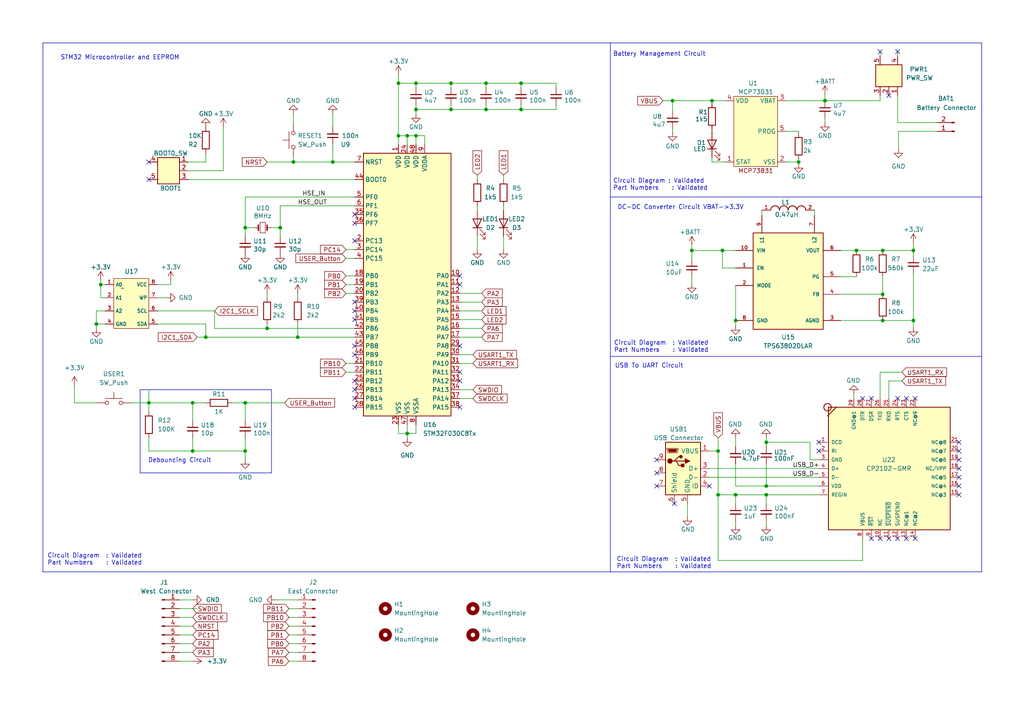
<source format=kicad_sch>
(kicad_sch (version 20230121) (generator eeschema)
  (paper "A4")
  (junction (at 140.97 24.13))
  (junction (at 151.13 24.13))
  (junction (at 208.28 130.81))
  (junction (at 140.97 31.75))
  (junction (at 239.268 29.21))
  (junction (at 55.88 130.81))
  (junction (at 120.65 24.13))
  (junction (at 264.922 72.644))
  (junction (at 96.52 46.99))
  (junction (at 213.36 92.964))
  (junction (at 256.032 85.344))
  (junction (at 231.648 46.99))
  (junction (at 264.922 92.964))
  (junction (at 256.032 92.964))
  (junction (at 85.09 46.99))
  (junction (at 43.18 116.84))
  (junction (at 71.12 130.81))
  (junction (at 120.65 31.75))
  (junction (at 81.28 66.04))
  (junction (at 120.65 39.37))
  (junction (at 222.25 128.27))
  (junction (at 71.12 116.84))
  (junction (at 77.47 95.25))
  (junction (at 115.57 24.13))
  (junction (at 115.57 39.37))
  (junction (at 59.69 97.79))
  (junction (at 206.502 29.21))
  (junction (at 86.36 97.79))
  (junction (at 213.36 143.51))
  (junction (at 130.81 31.75))
  (junction (at 130.81 24.13))
  (junction (at 118.11 39.37))
  (junction (at 151.13 31.75))
  (junction (at 118.11 125.73))
  (junction (at 208.28 143.51))
  (junction (at 222.25 140.97))
  (junction (at 71.12 66.04))
  (junction (at 222.25 143.51))
  (junction (at 27.94 93.98))
  (junction (at 29.21 82.55))
  (junction (at 209.55 72.644))
  (junction (at 55.88 116.84))
  (junction (at 248.412 72.644))
  (junction (at 256.032 72.644))
  (junction (at 200.66 72.644))
  (junction (at 195.072 29.21))
  (no_connect (at 205.74 140.97))
  (no_connect (at 102.87 90.17))
  (no_connect (at 262.89 115.57))
  (no_connect (at 278.13 130.81))
  (no_connect (at 257.81 156.21))
  (no_connect (at 102.87 87.63))
  (no_connect (at 278.13 138.43))
  (no_connect (at 102.87 118.11))
  (no_connect (at 133.35 118.11))
  (no_connect (at 252.73 156.21))
  (no_connect (at 102.87 64.77))
  (no_connect (at 278.13 140.97))
  (no_connect (at 265.43 156.21))
  (no_connect (at 262.89 156.21))
  (no_connect (at 260.35 156.21))
  (no_connect (at 255.27 14.986))
  (no_connect (at 133.35 107.95))
  (no_connect (at 102.87 92.71))
  (no_connect (at 195.58 146.05))
  (no_connect (at 102.87 100.33))
  (no_connect (at 190.5 133.35))
  (no_connect (at 133.35 80.01))
  (no_connect (at 102.87 110.49))
  (no_connect (at 43.18 46.99))
  (no_connect (at 43.18 52.07))
  (no_connect (at 190.5 140.97))
  (no_connect (at 278.13 128.27))
  (no_connect (at 133.35 100.33))
  (no_connect (at 278.13 133.35))
  (no_connect (at 102.87 62.23))
  (no_connect (at 237.49 130.81))
  (no_connect (at 265.43 115.57))
  (no_connect (at 237.49 128.27))
  (no_connect (at 102.87 102.87))
  (no_connect (at 278.13 143.51))
  (no_connect (at 102.87 115.57))
  (no_connect (at 278.13 135.89))
  (no_connect (at 133.35 110.49))
  (no_connect (at 250.19 115.57))
  (no_connect (at 257.81 27.686))
  (no_connect (at 133.35 82.55))
  (no_connect (at 252.73 115.57))
  (no_connect (at 102.87 113.03))
  (no_connect (at 255.27 156.21))
  (no_connect (at 102.87 69.85))
  (no_connect (at 190.5 137.16))
  (no_connect (at 260.35 115.57))
  (no_connect (at 260.35 14.986))
  (wire (pts (xy 213.36 77.724) (xy 209.55 77.724)))
  (wire (pts (xy 100.33 80.01) (xy 102.87 80.01)))
  (wire (pts (xy 62.23 95.25) (xy 62.23 90.17)))
  (wire (pts (xy 206.502 46.99) (xy 206.502 45.72)))
  (polyline (pts (xy 177.038 103.378) (xy 284.734 103.378)))
  (wire (pts (xy 205.74 130.81) (xy 208.28 130.81)))
  (wire (pts (xy 27.94 93.98) (xy 27.94 95.25)))
  (wire (pts (xy 120.65 31.75) (xy 120.65 33.02)))
  (wire (pts (xy 45.72 90.17) (xy 62.23 90.17)))
  (wire (pts (xy 71.12 127) (xy 71.12 130.81)))
  (wire (pts (xy 100.33 74.93) (xy 102.87 74.93)))
  (wire (pts (xy 52.07 176.53) (xy 57.15 176.53)))
  (wire (pts (xy 59.69 116.84) (xy 55.88 116.84)))
  (wire (pts (xy 208.28 143.51) (xy 208.28 162.56)))
  (polyline (pts (xy 177.038 12.446) (xy 177.038 165.862)))
  (wire (pts (xy 239.268 27.432) (xy 239.268 29.21)))
  (wire (pts (xy 29.21 81.28) (xy 29.21 82.55)))
  (wire (pts (xy 27.94 90.17) (xy 27.94 93.98)))
  (wire (pts (xy 120.65 31.75) (xy 130.81 31.75)))
  (wire (pts (xy 55.88 116.84) (xy 43.18 116.84)))
  (wire (pts (xy 243.84 92.964) (xy 256.032 92.964)))
  (wire (pts (xy 260.35 35.56) (xy 271.78 35.56)))
  (wire (pts (xy 86.36 97.79) (xy 102.87 97.79)))
  (wire (pts (xy 209.55 72.644) (xy 213.36 72.644)))
  (wire (pts (xy 43.18 130.81) (xy 43.18 127)))
  (wire (pts (xy 231.648 46.99) (xy 231.648 47.498)))
  (wire (pts (xy 102.87 46.99) (xy 96.52 46.99)))
  (wire (pts (xy 100.33 107.95) (xy 102.87 107.95)))
  (wire (pts (xy 213.36 140.97) (xy 222.25 140.97)))
  (wire (pts (xy 213.36 143.51) (xy 213.36 146.05)))
  (wire (pts (xy 81.28 59.69) (xy 102.87 59.69)))
  (wire (pts (xy 54.61 49.53) (xy 64.77 49.53)))
  (wire (pts (xy 255.27 14.986) (xy 255.27 16.256)))
  (polyline (pts (xy 40.64 113.03) (xy 78.74 113.03)))
  (wire (pts (xy 208.28 127) (xy 208.28 130.81)))
  (wire (pts (xy 118.11 39.37) (xy 118.11 41.91)))
  (wire (pts (xy 260.35 14.986) (xy 260.35 16.256)))
  (wire (pts (xy 86.36 93.98) (xy 86.36 97.79)))
  (wire (pts (xy 83.82 184.15) (xy 86.36 184.15)))
  (wire (pts (xy 133.35 90.17) (xy 139.7 90.17)))
  (wire (pts (xy 234.95 133.35) (xy 237.49 133.35)))
  (wire (pts (xy 140.97 30.48) (xy 140.97 31.75)))
  (wire (pts (xy 248.412 72.644) (xy 256.032 72.644)))
  (wire (pts (xy 77.47 95.25) (xy 102.87 95.25)))
  (wire (pts (xy 161.29 25.4) (xy 161.29 24.13)))
  (wire (pts (xy 205.74 135.89) (xy 237.49 135.89)))
  (wire (pts (xy 213.36 82.804) (xy 213.36 92.964)))
  (wire (pts (xy 200.66 71.12) (xy 200.66 72.644)))
  (wire (pts (xy 260.604 38.1) (xy 271.78 38.1)))
  (wire (pts (xy 59.69 93.98) (xy 59.69 97.79)))
  (wire (pts (xy 260.35 27.686) (xy 260.35 35.56)))
  (wire (pts (xy 52.07 173.99) (xy 55.88 173.99)))
  (wire (pts (xy 120.65 123.19) (xy 120.65 125.73)))
  (wire (pts (xy 85.09 46.99) (xy 96.52 46.99)))
  (wire (pts (xy 54.61 46.99) (xy 59.69 46.99)))
  (wire (pts (xy 83.82 186.69) (xy 86.36 186.69)))
  (wire (pts (xy 45.72 93.98) (xy 59.69 93.98)))
  (wire (pts (xy 200.66 80.264) (xy 200.66 82.296)))
  (wire (pts (xy 59.69 46.99) (xy 59.69 44.45)))
  (wire (pts (xy 133.35 85.09) (xy 139.7 85.09)))
  (polyline (pts (xy 78.74 137.16) (xy 40.64 137.16)))
  (wire (pts (xy 192.278 29.21) (xy 195.072 29.21)))
  (wire (pts (xy 213.36 151.13) (xy 213.36 152.4)))
  (wire (pts (xy 52.07 181.61) (xy 55.88 181.61)))
  (wire (pts (xy 138.43 50.8) (xy 138.43 52.07)))
  (wire (pts (xy 151.13 24.13) (xy 140.97 24.13)))
  (wire (pts (xy 71.12 66.04) (xy 73.66 66.04)))
  (wire (pts (xy 228.092 38.1) (xy 231.648 38.1)))
  (wire (pts (xy 118.11 39.37) (xy 120.65 39.37)))
  (wire (pts (xy 264.922 70.358) (xy 264.922 72.644)))
  (wire (pts (xy 57.15 97.79) (xy 59.69 97.79)))
  (wire (pts (xy 200.66 72.644) (xy 209.55 72.644)))
  (wire (pts (xy 71.12 57.15) (xy 102.87 57.15)))
  (wire (pts (xy 71.12 121.92) (xy 71.12 116.84)))
  (wire (pts (xy 213.36 129.54) (xy 213.36 127)))
  (wire (pts (xy 260.604 38.1) (xy 260.604 43.18)))
  (wire (pts (xy 200.66 72.644) (xy 200.66 75.184)))
  (wire (pts (xy 52.07 191.77) (xy 55.88 191.77)))
  (wire (pts (xy 29.21 86.36) (xy 29.21 82.55)))
  (wire (pts (xy 243.84 80.264) (xy 248.412 80.264)))
  (wire (pts (xy 78.74 66.04) (xy 81.28 66.04)))
  (wire (pts (xy 30.48 93.98) (xy 27.94 93.98)))
  (wire (pts (xy 205.74 138.43) (xy 237.49 138.43)))
  (wire (pts (xy 100.33 105.41) (xy 102.87 105.41)))
  (wire (pts (xy 151.13 30.48) (xy 151.13 31.75)))
  (wire (pts (xy 206.502 37.592) (xy 206.502 38.1)))
  (wire (pts (xy 80.01 173.99) (xy 86.36 173.99)))
  (wire (pts (xy 206.502 46.99) (xy 210.312 46.99)))
  (wire (pts (xy 208.28 130.81) (xy 208.28 143.51)))
  (wire (pts (xy 231.648 38.1) (xy 231.648 38.608)))
  (wire (pts (xy 206.502 29.21) (xy 195.072 29.21)))
  (wire (pts (xy 199.39 146.05) (xy 199.39 149.86)))
  (wire (pts (xy 239.268 29.21) (xy 255.27 29.21)))
  (wire (pts (xy 77.47 85.09) (xy 77.47 86.36)))
  (wire (pts (xy 59.69 97.79) (xy 86.36 97.79)))
  (wire (pts (xy 195.072 29.21) (xy 195.072 32.258)))
  (wire (pts (xy 130.81 31.75) (xy 140.97 31.75)))
  (wire (pts (xy 64.77 36.83) (xy 64.77 49.53)))
  (wire (pts (xy 85.09 45.72) (xy 85.09 46.99)))
  (wire (pts (xy 115.57 39.37) (xy 115.57 41.91)))
  (wire (pts (xy 222.25 143.51) (xy 237.49 143.51)))
  (wire (pts (xy 140.97 24.13) (xy 130.81 24.13)))
  (wire (pts (xy 222.25 127) (xy 222.25 128.27)))
  (wire (pts (xy 62.23 95.25) (xy 77.47 95.25)))
  (wire (pts (xy 49.53 81.28) (xy 49.53 82.55)))
  (wire (pts (xy 130.81 24.13) (xy 120.65 24.13)))
  (wire (pts (xy 100.33 72.39) (xy 102.87 72.39)))
  (wire (pts (xy 151.13 25.4) (xy 151.13 24.13)))
  (wire (pts (xy 236.22 60.96) (xy 236.22 62.484)))
  (wire (pts (xy 222.25 143.51) (xy 222.25 146.05)))
  (wire (pts (xy 243.84 72.644) (xy 248.412 72.644)))
  (wire (pts (xy 96.52 36.83) (xy 96.52 33.02)))
  (polyline (pts (xy 177.038 165.862) (xy 12.446 165.862)))
  (wire (pts (xy 52.07 179.07) (xy 55.88 179.07)))
  (wire (pts (xy 222.25 134.62) (xy 222.25 140.97)))
  (wire (pts (xy 257.81 110.49) (xy 261.62 110.49)))
  (wire (pts (xy 120.65 125.73) (xy 118.11 125.73)))
  (wire (pts (xy 213.36 140.97) (xy 213.36 134.62)))
  (polyline (pts (xy 177.038 57.15) (xy 284.734 57.15)))
  (wire (pts (xy 43.18 116.84) (xy 43.18 119.38)))
  (wire (pts (xy 86.36 85.09) (xy 86.36 86.36)))
  (wire (pts (xy 133.35 87.63) (xy 139.7 87.63)))
  (wire (pts (xy 71.12 130.81) (xy 55.88 130.81)))
  (wire (pts (xy 243.84 85.344) (xy 256.032 85.344)))
  (wire (pts (xy 250.19 162.56) (xy 250.19 156.21)))
  (wire (pts (xy 133.35 105.41) (xy 137.16 105.41)))
  (wire (pts (xy 71.12 57.15) (xy 71.12 66.04)))
  (wire (pts (xy 206.502 29.21) (xy 206.502 29.972)))
  (wire (pts (xy 115.57 24.13) (xy 115.57 39.37)))
  (wire (pts (xy 81.28 66.04) (xy 81.28 59.69)))
  (wire (pts (xy 29.21 82.55) (xy 30.48 82.55)))
  (wire (pts (xy 228.092 46.99) (xy 231.648 46.99)))
  (wire (pts (xy 77.47 46.99) (xy 85.09 46.99)))
  (wire (pts (xy 146.05 50.8) (xy 146.05 52.07)))
  (wire (pts (xy 118.11 125.73) (xy 118.11 127)))
  (wire (pts (xy 54.61 52.07) (xy 102.87 52.07)))
  (polyline (pts (xy 177.038 165.862) (xy 284.734 165.862)))
  (wire (pts (xy 256.032 80.264) (xy 256.032 85.344)))
  (wire (pts (xy 140.97 31.75) (xy 151.13 31.75)))
  (wire (pts (xy 115.57 39.37) (xy 118.11 39.37)))
  (wire (pts (xy 130.81 24.13) (xy 130.81 25.4)))
  (wire (pts (xy 115.57 21.59) (xy 115.57 24.13)))
  (wire (pts (xy 55.88 130.81) (xy 43.18 130.81)))
  (wire (pts (xy 100.33 85.09) (xy 102.87 85.09)))
  (wire (pts (xy 146.05 68.58) (xy 146.05 72.39)))
  (wire (pts (xy 247.65 114.3) (xy 247.65 115.57)))
  (wire (pts (xy 220.98 60.96) (xy 220.98 62.484)))
  (wire (pts (xy 83.82 181.61) (xy 86.36 181.61)))
  (wire (pts (xy 21.59 116.84) (xy 21.59 111.76)))
  (wire (pts (xy 222.25 151.13) (xy 222.25 152.4)))
  (wire (pts (xy 45.72 86.36) (xy 48.26 86.36)))
  (wire (pts (xy 52.07 184.15) (xy 55.88 184.15)))
  (polyline (pts (xy 284.734 12.446) (xy 284.734 165.862)))
  (wire (pts (xy 115.57 125.73) (xy 118.11 125.73)))
  (wire (pts (xy 239.268 34.29) (xy 239.268 35.56)))
  (wire (pts (xy 115.57 24.13) (xy 120.65 24.13)))
  (wire (pts (xy 123.19 41.91) (xy 123.19 39.37)))
  (wire (pts (xy 140.97 25.4) (xy 140.97 24.13)))
  (wire (pts (xy 83.82 189.23) (xy 86.36 189.23)))
  (wire (pts (xy 133.35 95.25) (xy 139.7 95.25)))
  (wire (pts (xy 52.07 189.23) (xy 55.88 189.23)))
  (wire (pts (xy 138.43 59.69) (xy 138.43 60.96)))
  (wire (pts (xy 257.81 115.57) (xy 257.81 110.49)))
  (wire (pts (xy 43.18 113.03) (xy 43.18 116.84)))
  (wire (pts (xy 115.57 123.19) (xy 115.57 125.73)))
  (wire (pts (xy 133.35 115.57) (xy 137.16 115.57)))
  (wire (pts (xy 264.922 92.964) (xy 264.922 94.996)))
  (wire (pts (xy 96.52 41.91) (xy 96.52 46.99)))
  (wire (pts (xy 255.27 107.95) (xy 261.62 107.95)))
  (wire (pts (xy 264.922 79.248) (xy 264.922 92.964)))
  (wire (pts (xy 213.36 92.964) (xy 213.36 94.488)))
  (wire (pts (xy 234.95 128.27) (xy 234.95 133.35)))
  (wire (pts (xy 120.65 30.48) (xy 120.65 31.75)))
  (wire (pts (xy 138.43 68.58) (xy 138.43 72.39)))
  (wire (pts (xy 208.28 162.56) (xy 250.19 162.56)))
  (wire (pts (xy 222.25 140.97) (xy 237.49 140.97)))
  (polyline (pts (xy 78.74 113.03) (xy 78.74 137.16)))
  (wire (pts (xy 256.032 72.644) (xy 264.922 72.644)))
  (wire (pts (xy 209.55 77.724) (xy 209.55 72.644)))
  (wire (pts (xy 71.12 116.84) (xy 82.55 116.84)))
  (wire (pts (xy 222.25 128.27) (xy 222.25 129.54)))
  (wire (pts (xy 30.48 90.17) (xy 27.94 90.17)))
  (polyline (pts (xy 40.64 137.16) (xy 40.64 113.03)))
  (wire (pts (xy 27.94 116.84) (xy 21.59 116.84)))
  (wire (pts (xy 81.28 68.58) (xy 81.28 66.04)))
  (wire (pts (xy 161.29 24.13) (xy 151.13 24.13)))
  (wire (pts (xy 118.11 123.19) (xy 118.11 125.73)))
  (wire (pts (xy 256.032 92.964) (xy 264.922 92.964)))
  (wire (pts (xy 231.648 46.228) (xy 231.648 46.99)))
  (wire (pts (xy 83.82 191.77) (xy 86.36 191.77)))
  (wire (pts (xy 30.48 86.36) (xy 29.21 86.36)))
  (wire (pts (xy 83.82 179.07) (xy 86.36 179.07)))
  (polyline (pts (xy 12.446 165.862) (xy 12.446 12.446)))
  (polyline (pts (xy 12.446 12.446) (xy 177.038 12.446)))
  (wire (pts (xy 83.82 176.53) (xy 86.36 176.53)))
  (wire (pts (xy 208.28 143.51) (xy 213.36 143.51)))
  (wire (pts (xy 45.72 82.55) (xy 49.53 82.55)))
  (wire (pts (xy 133.35 92.71) (xy 139.7 92.71)))
  (wire (pts (xy 161.29 30.48) (xy 161.29 31.75)))
  (wire (pts (xy 130.81 31.75) (xy 130.81 30.48)))
  (wire (pts (xy 133.35 113.03) (xy 137.16 113.03)))
  (wire (pts (xy 206.502 29.21) (xy 210.312 29.21)))
  (wire (pts (xy 213.36 143.51) (xy 222.25 143.51)))
  (wire (pts (xy 133.35 97.79) (xy 139.7 97.79)))
  (polyline (pts (xy 177.038 12.446) (xy 284.734 12.446)))
  (wire (pts (xy 228.092 29.21) (xy 239.268 29.21)))
  (wire (pts (xy 255.27 27.686) (xy 255.27 29.21)))
  (wire (pts (xy 151.13 31.75) (xy 161.29 31.75)))
  (wire (pts (xy 100.33 82.55) (xy 102.87 82.55)))
  (wire (pts (xy 146.05 59.69) (xy 146.05 60.96)))
  (wire (pts (xy 195.072 37.338) (xy 195.072 38.354)))
  (wire (pts (xy 38.1 116.84) (xy 43.18 116.84)))
  (wire (pts (xy 120.65 41.91) (xy 120.65 39.37)))
  (wire (pts (xy 52.07 186.69) (xy 55.88 186.69)))
  (wire (pts (xy 123.19 39.37) (xy 120.65 39.37)))
  (wire (pts (xy 234.95 128.27) (xy 222.25 128.27)))
  (wire (pts (xy 55.88 127) (xy 55.88 130.81)))
  (wire (pts (xy 55.88 116.84) (xy 55.88 121.92)))
  (wire (pts (xy 85.09 33.02) (xy 85.09 35.56)))
  (wire (pts (xy 264.922 72.644) (xy 264.922 74.168)))
  (wire (pts (xy 133.35 102.87) (xy 137.16 102.87)))
  (wire (pts (xy 71.12 130.81) (xy 71.12 133.35)))
  (wire (pts (xy 77.47 93.98) (xy 77.47 95.25)))
  (wire (pts (xy 71.12 68.58) (xy 71.12 66.04)))
  (wire (pts (xy 255.27 107.95) (xy 255.27 115.57)))
  (wire (pts (xy 120.65 24.13) (xy 120.65 25.4)))
  (wire (pts (xy 71.12 116.84) (xy 67.31 116.84)))
  (text "Circuit Diagram : Validated\nPart Numbers    : Validated" (at 177.8 55.372 0) (effects (font (size 1.27 1.27)) (justify left bottom)))
  (text "Battery Management Circuit" (at 177.8 16.51 0) (effects (font (size 1.27 1.27)) (justify left bottom)))
  (text "USB To UART Circuit" (at 178.308 106.934 0) (effects (font (size 1.27 1.27)) (justify left bottom)))
  (text "Debouncing Circuit" (at 42.926 134.366 0) (effects (font (size 1.27 1.27)) (justify left bottom)))
  (text "STM32 Microcontroller and EEPROM" (at 17.526 17.526 0) (effects (font (size 1.27 1.27)) (justify left bottom)))
  (text "Circuit Diagram  : Validated\nPart Numbers    : Validated" (at 178.054 102.362 0) (effects (font (size 1.27 1.27)) (justify left bottom)))
  (text "Circuit Diagram  : Validated\nPart Numbers    : Validated" (at 13.716 164.084 0) (effects (font (size 1.27 1.27)) (justify left bottom)))
  (text "Circuit Diagram  : Validated\nPart Numbers    : Validated" (at 178.816 165.1 0) (effects (font (size 1.27 1.27)) (justify left bottom)))
  (text "DC-DC Converter Circuit VBAT->3.3V" (at 179.07 60.96 0) (effects (font (size 1.27 1.27)) (justify left bottom)))
  (label "USB_D+" (at 229.87 135.89 0))
  (label "HSE_OUT" (at 86.36 59.69 0))
  (label "USB_D-" (at 229.87 138.43 0))
  (label "HSE_IN" (at 87.63 57.15 0))
  (global_label "PB1" (shape input) (at 100.33 82.55 180) (property "Intersheetrefs" "${INTERSHEET_REFS}" (effects hide)))
  (global_label "I2C1_SDA" (shape input) (at 57.15 97.79 180) (property "Intersheetrefs" "${INTERSHEET_REFS}" (effects hide)))
  (global_label "PB11" (shape input) (at 83.82 176.53 180) (property "Intersheetrefs" "${INTERSHEET_REFS}" (effects hide)))
  (global_label "PB2" (shape input) (at 83.82 181.61 180) (property "Intersheetrefs" "${INTERSHEET_REFS}" (effects hide)))
  (global_label "USER_Button" (shape input) (at 82.55 116.84 0) (property "Intersheetrefs" "${INTERSHEET_REFS}" (effects hide)))
  (global_label "PA2" (shape input) (at 55.88 186.69 0) (property "Intersheetrefs" "${INTERSHEET_REFS}" (effects hide)))
  (global_label "LED2" (shape input) (at 138.43 50.8 90) (property "Intersheetrefs" "${INTERSHEET_REFS}" (effects hide)))
  (global_label "PB0" (shape input) (at 100.33 80.01 180) (property "Intersheetrefs" "${INTERSHEET_REFS}" (effects hide)))
  (global_label "USART1_RX" (shape input) (at 261.62 107.95 0) (property "Intersheetrefs" "${INTERSHEET_REFS}" (effects hide)))
  (global_label "I2C1_SCLK" (shape input) (at 62.23 90.17 0) (property "Intersheetrefs" "${INTERSHEET_REFS}" (effects hide)))
  (global_label "NRST" (shape input) (at 77.47 46.99 180) (property "Intersheetrefs" "${INTERSHEET_REFS}" (effects hide)))
  (global_label "PA6" (shape input) (at 83.82 191.77 180) (property "Intersheetrefs" "${INTERSHEET_REFS}" (effects hide)))
  (global_label "SWDCLK" (shape input) (at 137.16 115.57 0) (property "Intersheetrefs" "${INTERSHEET_REFS}" (effects hide)))
  (global_label "PA7" (shape input) (at 83.82 189.23 180) (property "Intersheetrefs" "${INTERSHEET_REFS}" (effects hide)))
  (global_label "PA6" (shape input) (at 139.7 95.25 0) (property "Intersheetrefs" "${INTERSHEET_REFS}" (effects hide)))
  (global_label "USART1_TX" (shape input) (at 261.62 110.49 0) (property "Intersheetrefs" "${INTERSHEET_REFS}" (effects hide)))
  (global_label "PB2" (shape input) (at 100.33 85.09 180) (property "Intersheetrefs" "${INTERSHEET_REFS}" (effects hide)))
  (global_label "PB10" (shape input) (at 100.33 105.41 180) (property "Intersheetrefs" "${INTERSHEET_REFS}" (effects hide)))
  (global_label "PA3" (shape input) (at 55.88 189.23 0) (property "Intersheetrefs" "${INTERSHEET_REFS}" (effects hide)))
  (global_label "VBUS" (shape input) (at 192.278 29.21 180) (property "Intersheetrefs" "${INTERSHEET_REFS}" (effects hide)))
  (global_label "USER_Button" (shape input) (at 100.33 74.93 180) (property "Intersheetrefs" "${INTERSHEET_REFS}" (effects hide)))
  (global_label "USART1_RX" (shape input) (at 137.16 105.41 0) (property "Intersheetrefs" "${INTERSHEET_REFS}" (effects hide)))
  (global_label "PC14" (shape input) (at 100.33 72.39 180) (property "Intersheetrefs" "${INTERSHEET_REFS}" (effects hide)))
  (global_label "LED1" (shape input) (at 139.7 90.17 0) (property "Intersheetrefs" "${INTERSHEET_REFS}" (effects hide)))
  (global_label "SWDCLK" (shape input) (at 55.88 179.07 0) (property "Intersheetrefs" "${INTERSHEET_REFS}" (effects hide)))
  (global_label "VBUS" (shape input) (at 208.28 127 90) (property "Intersheetrefs" "${INTERSHEET_REFS}" (effects hide)))
  (global_label "PA2" (shape input) (at 139.7 85.09 0) (property "Intersheetrefs" "${INTERSHEET_REFS}" (effects hide)))
  (global_label "SWDIO" (shape input) (at 137.16 113.03 0) (property "Intersheetrefs" "${INTERSHEET_REFS}" (effects hide)))
  (global_label "SWDIO" (shape input) (at 55.88 176.53 0) (property "Intersheetrefs" "${INTERSHEET_REFS}" (effects hide)))
  (global_label "NRST" (shape input) (at 55.88 181.61 0) (property "Intersheetrefs" "${INTERSHEET_REFS}" (effects hide)))
  (global_label "PB10" (shape input) (at 83.82 179.07 180) (property "Intersheetrefs" "${INTERSHEET_REFS}" (effects hide)))
  (global_label "PB1" (shape input) (at 83.82 184.15 180) (property "Intersheetrefs" "${INTERSHEET_REFS}" (effects hide)))
  (global_label "PA3" (shape input) (at 139.7 87.63 0) (property "Intersheetrefs" "${INTERSHEET_REFS}" (effects hide)))
  (global_label "LED2" (shape input) (at 139.7 92.71 0) (property "Intersheetrefs" "${INTERSHEET_REFS}" (effects hide)))
  (global_label "PA7" (shape input) (at 139.7 97.79 0) (property "Intersheetrefs" "${INTERSHEET_REFS}" (effects hide)))
  (global_label "PC14" (shape input) (at 55.88 184.15 0) (property "Intersheetrefs" "${INTERSHEET_REFS}" (effects hide)))
  (global_label "PB0" (shape input) (at 83.82 186.69 180) (property "Intersheetrefs" "${INTERSHEET_REFS}" (effects hide)))
  (global_label "PB11" (shape input) (at 100.33 107.95 180) (property "Intersheetrefs" "${INTERSHEET_REFS}" (effects hide)))
  (global_label "USART1_TX" (shape input) (at 137.16 102.87 0) (property "Intersheetrefs" "${INTERSHEET_REFS}" (effects hide)))
  (global_label "LED1" (shape input) (at 146.05 50.8 90) (property "Intersheetrefs" "${INTERSHEET_REFS}" (effects hide)))
  (symbol (lib_id "Project Symbols:MCP73831/2") (at 219.202 26.67 0) (unit 1)
    (property "Reference" "U1" (at 218.44 24.13 0))
    (property "Value" "MCP73031" (at 219.202 26.67 0))
    (property "Footprint" "Package_TO_SOT_SMD:SOT-23-5" (effects hide))
    (property "Datasheet" "http://ww1.microchip.com/downloads/en/DeviceDoc/20001984g.pdf" (effects hide))
    (property "LCSC Part #" "C424093" (effects hide))
  )
  (symbol (lib_id "Device:C_Small") (at 71.12 71.12 0) (unit 1)
    (property "Reference" "U11" (at 73.4568 69.9516 0) (effects (justify left)))
    (property "Value" "30p" (at 73.4568 72.263 0) (effects (justify left)))
    (property "Footprint" "Capacitor_SMD:C_0603_1608Metric" (effects hide))
    (property "LCSC Part #" "C1658" (effects hide))
  )
  (symbol (lib_id "Device:C_Small") (at 239.268 31.75 0) (unit 1)
    (property "Reference" "U7" (at 241.6048 30.5816 0) (effects (justify left)))
    (property "Value" "4u7" (at 241.6048 32.893 0) (effects (justify left)))
    (property "Footprint" "Capacitor_SMD:C_0603_1608Metric" (effects hide))
    (property "LCSC Part #" "C19666" (effects hide))
  )
  (symbol (lib_id "Mechanical:MountingHole") (at 111.76 184.15 0) (unit 1)
    (property "Reference" "H2" (at 114.3 182.8799 0) (effects (justify left)))
    (property "Value" "MountingHole" (at 114.3 185.4199 0) (effects (justify left)))
    (property "Footprint" "MountingHole:MountingHole_2.5mm_Pad_Via" (effects hide))
  )
  (symbol (lib_id "power:GND") (at 118.11 127 0) (unit 1)
    (property "Reference" "#PWR030" (effects hide))
    (property "Value" "GND" (at 118.11 132.08 0))
  )
  (symbol (lib_id "Connector:Conn_01x02_Pin") (at 276.86 38.1 180) (unit 1)
    (property "Reference" "BAT1" (at 272.034 28.575 0) (effects (justify right)))
    (property "Value" "Battery Connector" (at 265.811 31.242 0) (effects (justify right)))
    (property "Footprint" "Connector_JST:JST_PH_B2B-PH-SM4-TB_1x02-1MP_P2.00mm_Vertical" (effects hide))
    (property "LCSC Part #" "C160352" (effects hide))
  )
  (symbol (lib_id "power:GND") (at 120.65 33.02 0) (unit 1)
    (property "Reference" "#PWR05" (effects hide))
    (property "Value" "GND" (at 120.65 36.83 0))
  )
  (symbol (lib_id "power:GND") (at 146.05 72.39 0) (unit 1)
    (property "Reference" "#PWR015" (effects hide))
    (property "Value" "GND" (at 146.05 76.2 0))
  )
  (symbol (lib_id "Connector:Conn_01x08_Pin") (at 91.44 181.61 0) (mirror y) (unit 1)
    (property "Reference" "J2" (at 90.805 168.91 0))
    (property "Value" "East Connector" (at 90.805 171.45 0))
    (property "Footprint" "Connector_PinHeader_2.54mm:PinHeader_1x08_P2.54mm_Vertical" (effects hide))
  )
  (symbol (lib_id "Device:C_Small") (at 195.072 34.798 0) (unit 1)
    (property "Reference" "U8" (at 189.23 33.782 0) (effects (justify left)))
    (property "Value" "4u7" (at 189.23 36.0934 0) (effects (justify left)))
    (property "Footprint" "Capacitor_SMD:C_0603_1608Metric" (effects hide))
    (property "LCSC Part #" "C19666" (effects hide))
  )
  (symbol (lib_id "Project Symbols:USB_B_MINI_5PTP") (at 198.12 137.16 0) (unit 1)
    (property "Reference" "USB1" (at 196.85 124.46 0))
    (property "Value" "USB Connector" (at 196.85 127 0))
    (property "Footprint" "Project Footprints:MINI-USB-SMD_MINI-5PTP" (effects hide))
    (property "LCSC Part #" "C2681563" (effects hide))
  )
  (symbol (lib_id "CP2102-GMR:INTERFACE-CP2102-GMR_QFN28_") (at 257.81 135.89 0) (unit 1)
    (property "Reference" "U22" (at 257.81 133.35 0))
    (property "Value" "CP2102-GMR" (at 257.81 135.89 0))
    (property "Footprint" "Project Footprints:QFN28G_0.5-5X5MM" (effects hide))
    (property "LCSC Part#" "C6568" (effects hide))
  )
  (symbol (lib_id "Device:C_Small") (at 213.36 132.08 180) (unit 1)
    (property "Reference" "U20" (at 219.075 131.191 0) (effects (justify left)))
    (property "Value" "4.7uF" (at 220.599 132.969 0) (effects (justify left)))
    (property "Footprint" "Capacitor_SMD:C_0603_1608Metric" (effects hide))
    (property "LCSC Part #" "C19666" (effects hide))
  )
  (symbol (lib_id "Device:C_Small") (at 55.88 124.46 0) (unit 1)
    (property "Reference" "U18" (at 58.2168 123.2916 0) (effects (justify left)))
    (property "Value" "10p" (at 58.2168 125.603 0) (effects (justify left)))
    (property "Footprint" "Capacitor_SMD:C_0603_1608Metric" (effects hide))
    (property "LCSC Part #" "C1634" (effects hide))
  )
  (symbol (lib_id "Korean Hroparts Elec SPDT:K3-1270L-F1") (at 49.53 49.53 0) (mirror y) (unit 1)
    (property "Reference" "BOOT1" (at 49.53 54.61 0))
    (property "Value" "BOOT0_SW" (at 49.53 44.45 0))
    (property "Footprint" "Project Footprints:K3-1270L-F1" (effects hide))
    (property "LCSC Part #" "C145858" (effects hide))
  )
  (symbol (lib_name "+3.3V_1") (lib_id "power:+3.3V") (at 64.77 36.83 0) (unit 1)
    (property "Reference" "#PWR08" (effects hide))
    (property "Value" "+3.3V" (at 64.77 33.02 0))
  )
  (symbol (lib_id "power:GND") (at 27.94 95.25 0) (unit 1)
    (property "Reference" "#PWR026" (effects hide))
    (property "Value" "GND" (at 27.94 99.06 0))
  )
  (symbol (lib_id "Switch:SW_Push") (at 85.09 40.64 90) (unit 1)
    (property "Reference" "RESET1" (at 86.36 39.37 90) (effects (justify right)))
    (property "Value" "SW_Push" (at 86.36 41.91 90) (effects (justify right)))
    (property "Footprint" "Button_Switch_SMD:SW_Push_1P1T_NO_CK_KSC6xxJ" (effects hide))
    (property "LCSC Part #" "C318884" (effects hide))
  )
  (symbol (lib_id "Project Symbols:TPS63802DLAR") (at 228.6 80.264 0) (unit 1)
    (property "Reference" "U15" (at 228.6 97.79 0))
    (property "Value" "TPS63802DLAR" (at 228.6 100.33 0))
    (property "Footprint" "Project Footprints:TPS63802DLAR" (effects hide))
    (property "LCSC Part #" "C2845237" (effects hide))
  )
  (symbol (lib_id "power:GND") (at 71.12 73.66 0) (unit 1)
    (property "Reference" "#PWR016" (effects hide))
    (property "Value" "GND" (at 71.12 77.47 0))
  )
  (symbol (lib_name "+3.3V_1") (lib_id "power:+3.3V") (at 49.53 81.28 0) (unit 1)
    (property "Reference" "#PWR019" (effects hide))
    (property "Value" "+3.3V" (at 49.53 77.47 0))
  )
  (symbol (lib_id "Device:C_Small") (at 264.922 76.708 0) (unit 1)
    (property "Reference" "U13" (at 267.462 75.438 0) (effects (justify left)))
    (property "Value" "22uF" (at 267.462 77.978 0) (effects (justify left)))
    (property "Footprint" "Capacitor_SMD:C_0603_1608Metric" (effects hide))
    (property "LCSC Part #" "C59461" (effects hide))
  )
  (symbol (lib_id "Project Symbols:AT24C128C") (at 38.1 87.63 0) (unit 1)
    (property "Reference" "U17" (at 38.1 78.74 0))
    (property "Value" "~" (at 35.56 83.566 0))
    (property "Footprint" "Project Footprints:SOIC127P600X175-8N" (effects hide))
  )
  (symbol (lib_id "power:GND") (at 231.648 47.498 0) (unit 1)
    (property "Reference" "#PWR011" (effects hide))
    (property "Value" "GND" (at 231.648 51.181 0))
  )
  (symbol (lib_id "Switch:SW_Push") (at 33.02 116.84 0) (unit 1)
    (property "Reference" "USER1" (at 33.02 108.458 0))
    (property "Value" "SW_Push" (at 33.02 110.998 0))
    (property "Footprint" "Button_Switch_SMD:SW_Push_1P1T_NO_CK_KSC6xxJ" (effects hide))
    (property "LCSC Part #" "C318884" (effects hide))
  )
  (symbol (lib_id "Connector:Conn_01x08_Pin") (at 46.99 181.61 0) (unit 1)
    (property "Reference" "J1" (at 47.625 168.91 0))
    (property "Value" "West Connector" (at 48.26 171.45 0))
    (property "Footprint" "Connector_PinHeader_2.54mm:PinHeader_1x08_P2.54mm_Vertical" (effects hide))
  )
  (symbol (lib_id "power:+BATT") (at 239.268 27.432 0) (unit 1)
    (property "Reference" "#PWR02" (effects hide))
    (property "Value" "+BATT" (at 239.268 23.622 0))
  )
  (symbol (lib_id "DFE201612E-2R2M_P2:DFE201612E-2R2M=P2") (at 228.6 60.96 0) (unit 1)
    (property "Reference" "L1" (at 229.108 58.674 0) (effects (justify right)))
    (property "Value" "0.47uH" (at 231.648 62.23 0) (effects (justify right)))
    (property "Footprint" "Project Footprints:INDC2016X120N" (effects hide))
    (property "LCSC Part #" "C668312" (effects hide))
  )
  (symbol (lib_id "Device:C_Small") (at 222.25 132.08 180) (unit 1)
    (property "Reference" "U21" (at 228.473 131.191 0) (effects (justify left)))
    (property "Value" "100nF" (at 230.505 132.969 0) (effects (justify left)))
    (property "Footprint" "Capacitor_SMD:C_0603_1608Metric" (effects hide))
    (property "LCSC Part #" "C14663" (effects hide))
  )
  (symbol (lib_id "power:GND") (at 59.69 36.83 0) (mirror x) (unit 1)
    (property "Reference" "#PWR07" (effects hide))
    (property "Value" "GND" (at 59.69 33.02 0))
  )
  (symbol (lib_id "power:GND") (at 247.65 114.3 180) (unit 1)
    (property "Reference" "#PWR038" (effects hide))
    (property "Value" "GND" (at 247.523 110.363 0))
  )
  (symbol (lib_name "+3.3V_1") (lib_id "power:+3.3V") (at 264.922 70.358 0) (unit 1)
    (property "Reference" "#PWR012" (effects hide))
    (property "Value" "+3.3V" (at 264.922 66.548 0))
  )
  (symbol (lib_id "Device:R") (at 77.47 90.17 180) (unit 1)
    (property "Reference" "R9" (at 79.248 88.9 0) (effects (justify right)))
    (property "Value" "2k2" (at 78.994 91.44 0) (effects (justify right)))
    (property "Footprint" "Resistor_SMD:R_0603_1608Metric" (effects hide))
    (property "LCSC Part #" "C4190" (effects hide))
  )
  (symbol (lib_id "Device:R") (at 43.18 123.19 0) (unit 1)
    (property "Reference" "R12" (at 45.72 121.9199 0) (effects (justify left)))
    (property "Value" "100K" (at 45.72 124.4599 0) (effects (justify left)))
    (property "Footprint" "Resistor_SMD:R_0603_1608Metric" (effects hide))
    (property "LCSC Part #" "C25803" (effects hide))
  )
  (symbol (lib_id "power:GND") (at 213.36 94.488 0) (unit 1)
    (property "Reference" "#PWR024" (effects hide))
    (property "Value" "GND" (at 215.392 98.298 0) (effects (justify right)))
  )
  (symbol (lib_name "+3.3V_1") (lib_id "power:+3.3V") (at 55.88 191.77 270) (unit 1)
    (property "Reference" "#PWR037" (effects hide))
    (property "Value" "+3.3V" (at 59.944 191.77 90) (effects (justify left)))
  )
  (symbol (lib_id "power:GND") (at 239.268 35.56 0) (unit 1)
    (property "Reference" "#PWR06" (effects hide))
    (property "Value" "GND" (at 239.268 39.37 0))
  )
  (symbol (lib_id "power:GND") (at 260.604 43.18 0) (unit 1)
    (property "Reference" "#PWR010" (effects hide))
    (property "Value" "GND" (at 260.604 48.26 0))
  )
  (symbol (lib_id "Device:R") (at 256.032 76.454 0) (unit 1)
    (property "Reference" "R7" (at 259.842 75.184 0))
    (property "Value" "560k" (at 259.842 77.724 0))
    (property "Footprint" "Resistor_SMD:R_0603_1608Metric" (effects hide))
    (property "LCSC Part #" "C101109" (effects hide))
  )
  (symbol (lib_id "power:GND") (at 199.39 149.86 0) (unit 1)
    (property "Reference" "#PWR032" (effects hide))
    (property "Value" "GND" (at 199.517 153.543 0))
  )
  (symbol (lib_id "Mechanical:MountingHole") (at 137.16 176.53 0) (unit 1)
    (property "Reference" "H3" (at 139.7 175.2599 0) (effects (justify left)))
    (property "Value" "MountingHole" (at 139.7 177.7999 0) (effects (justify left)))
    (property "Footprint" "MountingHole:MountingHole_2.2mm_M2_Pad_Via" (effects hide))
  )
  (symbol (lib_id "power:GND") (at 200.66 82.296 0) (unit 1)
    (property "Reference" "#PWR020" (effects hide))
    (property "Value" "GND" (at 202.692 86.106 0) (effects (justify right)))
  )
  (symbol (lib_id "Device:R") (at 146.05 55.88 0) (unit 1)
    (property "Reference" "R5" (at 149.86 54.61 0))
    (property "Value" "1k5" (at 149.86 57.15 0))
    (property "Footprint" "Resistor_SMD:R_0603_1608Metric" (effects hide))
    (property "LCSC Part #" "C22843" (effects hide))
  )
  (symbol (lib_id "power:GND") (at 80.01 173.99 270) (unit 1)
    (property "Reference" "#PWR036" (effects hide))
    (property "Value" "GND" (at 76.2 173.99 90) (effects (justify right)))
  )
  (symbol (lib_id "power:GND") (at 195.072 38.354 0) (unit 1)
    (property "Reference" "#PWR09" (effects hide))
    (property "Value" "GND" (at 195.072 42.418 0))
  )
  (symbol (lib_id "power:+BATT") (at 200.66 71.12 0) (unit 1)
    (property "Reference" "#PWR013" (effects hide))
    (property "Value" "+BATT" (at 200.152 67.31 0))
  )
  (symbol (lib_id "Device:R") (at 231.648 42.418 180) (unit 1)
    (property "Reference" "R3" (at 232.918 41.148 0) (effects (justify right)))
    (property "Value" "2k" (at 232.918 43.688 0) (effects (justify right)))
    (property "Footprint" "Resistor_SMD:R_0603_1608Metric" (effects hide))
    (property "LCSC Part #" "C22975" (effects hide))
  )
  (symbol (lib_id "power:GND") (at 48.26 86.36 90) (unit 1)
    (property "Reference" "#PWR023" (effects hide))
    (property "Value" "GND" (at 51.816 86.36 90) (effects (justify right)))
  )
  (symbol (lib_id "power:+3.3V") (at 86.36 85.09 0) (unit 1)
    (property "Reference" "#PWR022" (effects hide))
    (property "Value" "+3.3V" (at 86.36 81.28 0))
  )
  (symbol (lib_id "power:GND") (at 264.922 94.996 0) (unit 1)
    (property "Reference" "#PWR025" (effects hide))
    (property "Value" "GND" (at 264.922 98.806 0))
  )
  (symbol (lib_id "Device:C_Small") (at 213.36 148.59 0) (unit 1)
    (property "Reference" "U23" (at 215.6968 147.4216 0) (effects (justify left)))
    (property "Value" "1uF" (at 215.6968 149.733 0) (effects (justify left)))
    (property "Footprint" "Capacitor_SMD:C_0603_1608Metric" (effects hide))
    (property "LCSC Part #" "C15849" (effects hide))
  )
  (symbol (lib_id "Device:R") (at 59.69 40.64 0) (mirror y) (unit 1)
    (property "Reference" "R2" (at 54.61 41.91 0) (effects (justify right)))
    (property "Value" "10K" (at 54.61 39.37 0) (effects (justify right)))
    (property "Footprint" "Resistor_SMD:R_0603_1608Metric" (effects hide))
    (property "LCSC Part #" "C25804" (effects hide))
  )
  (symbol (lib_name "+3.3V_1") (lib_id "power:+3.3V") (at 29.21 81.28 0) (unit 1)
    (property "Reference" "#PWR018" (effects hide))
    (property "Value" "+3.3V" (at 29.21 77.47 0))
  )
  (symbol (lib_id "power:GND") (at 96.52 33.02 180) (unit 1)
    (property "Reference" "#PWR04" (effects hide))
    (property "Value" "GND" (at 96.52 29.21 0))
  )
  (symbol (lib_id "power:GND") (at 71.12 133.35 0) (unit 1)
    (property "Reference" "#PWR031" (effects hide))
    (property "Value" "GND" (at 71.12 138.43 0))
  )
  (symbol (lib_id "Device:C_Small") (at 81.28 71.12 0) (unit 1)
    (property "Reference" "U12" (at 83.6168 69.9516 0) (effects (justify left)))
    (property "Value" "30p" (at 83.6168 72.263 0) (effects (justify left)))
    (property "Footprint" "Capacitor_SMD:C_0603_1608Metric" (effects hide))
    (property "LCSC Part #" "C1658" (effects hide))
  )
  (symbol (lib_id "Device:C_Small") (at 222.25 148.59 0) (unit 1)
    (property "Reference" "U24" (at 224.5868 147.4216 0) (effects (justify left)))
    (property "Value" "100nF" (at 224.5868 149.733 0) (effects (justify left)))
    (property "Footprint" "Capacitor_SMD:C_0603_1608Metric" (effects hide))
    (property "LCSC Part #" "C14663" (effects hide))
  )
  (symbol (lib_id "Device:C_Small") (at 120.65 27.94 0) (unit 1)
    (property "Reference" "U2" (at 122.9868 26.7716 0) (effects (justify left)))
    (property "Value" "4u7" (at 122.9868 29.083 0) (effects (justify left)))
    (property "Footprint" "Capacitor_SMD:C_0603_1608Metric" (effects hide))
    (property "LCSC Part #" "C19666" (effects hide))
  )
  (symbol (lib_id "power:GND") (at 213.36 152.4 0) (unit 1)
    (property "Reference" "#PWR034" (effects hide))
    (property "Value" "GND" (at 213.233 155.956 0))
  )
  (symbol (lib_id "power:GND") (at 138.43 72.39 0) (unit 1)
    (property "Reference" "#PWR014" (effects hide))
    (property "Value" "GND" (at 138.43 76.2 0))
  )
  (symbol (lib_name "+3.3V_1") (lib_id "power:+3.3V") (at 115.57 21.59 0) (unit 1)
    (property "Reference" "#PWR01" (effects hide))
    (property "Value" "+3.3V" (at 115.57 17.78 0))
  )
  (symbol (lib_id "Device:C_Small") (at 200.66 77.724 0) (unit 1)
    (property "Reference" "U14" (at 193.04 76.454 0) (effects (justify left)))
    (property "Value" "10uF" (at 193.04 78.994 0) (effects (justify left)))
    (property "Footprint" "Capacitor_SMD:C_0603_1608Metric" (effects hide))
    (property "LCSC Part #" "C19702" (effects hide))
  )
  (symbol (lib_id "Mechanical:MountingHole") (at 137.16 184.15 0) (unit 1)
    (property "Reference" "H4" (at 139.7 182.8799 0) (effects (justify left)))
    (property "Value" "MountingHole" (at 139.7 185.4199 0) (effects (justify left)))
    (property "Footprint" "MountingHole:MountingHole_2.5mm_Pad_Via" (effects hide))
  )
  (symbol (lib_id "power:GND") (at 55.88 173.99 90) (unit 1)
    (property "Reference" "#PWR035" (effects hide))
    (property "Value" "GND" (at 59.69 173.99 90) (effects (justify right)))
  )
  (symbol (lib_id "Device:LED") (at 206.502 41.91 90) (unit 1)
    (property "Reference" "D1" (at 203.454 41.402 90))
    (property "Value" "LED" (at 202.946 43.18 90))
    (property "Footprint" "LED_SMD:LED_0603_1608Metric" (effects hide))
    (property "LCSC Part #" "C72043" (effects hide))
  )
  (symbol (lib_id "power:GND") (at 222.25 127 180) (unit 1)
    (property "Reference" "#PWR029" (effects hide))
    (property "Value" "GND" (at 222.123 123.063 0))
  )
  (symbol (lib_id "Device:C_Small") (at 130.81 27.94 0) (unit 1)
    (property "Reference" "U3" (at 133.1468 26.7716 0) (effects (justify left)))
    (property "Value" "100n" (at 133.1468 29.083 0) (effects (justify left)))
    (property "Footprint" "Capacitor_SMD:C_0603_1608Metric" (effects hide))
    (property "LCSC Part #" "C14663" (effects hide))
  )
  (symbol (lib_id "Device:R") (at 256.032 89.154 0) (unit 1)
    (property "Reference" "R8" (at 259.842 87.884 0))
    (property "Value" "100k" (at 259.842 90.424 0))
    (property "Footprint" "Resistor_SMD:R_0603_1608Metric" (effects hide))
    (property "LCSC Part #" "C25803" (effects hide))
  )
  (symbol (lib_id "Device:C_Small") (at 140.97 27.94 0) (unit 1)
    (property "Reference" "U4" (at 143.3068 26.7716 0) (effects (justify left)))
    (property "Value" "100n" (at 143.3068 29.083 0) (effects (justify left)))
    (property "Footprint" "Capacitor_SMD:C_0603_1608Metric" (effects hide))
    (property "LCSC Part #" "C14663" (effects hide))
  )
  (symbol (lib_id "power:GND") (at 85.09 33.02 180) (unit 1)
    (property "Reference" "#PWR03" (effects hide))
    (property "Value" "GND" (at 85.09 29.21 0))
  )
  (symbol (lib_id "MCU_ST_STM32F0:STM32F030C8Tx") (at 118.11 82.55 0) (unit 1)
    (property "Reference" "U16" (at 122.6694 123.19 0) (effects (justify left)))
    (property "Value" "STM32F030C8Tx" (at 122.6694 125.73 0) (effects (justify left)))
    (property "Footprint" "Package_QFP:LQFP-48_7x7mm_P0.5mm" (effects hide))
    (property "Datasheet" "http://www.st.com/st-web-ui/static/active/en/resource/technical/document/datasheet/DM00088500.pdf" (effects hide))
    (property "LCSC Part #" "C23922" (effects hide))
  )
  (symbol (lib_id "Device:C_Small") (at 151.13 27.94 0) (unit 1)
    (property "Reference" "U5" (at 153.4668 26.7716 0) (effects (justify left)))
    (property "Value" "100n" (at 153.4668 29.083 0) (effects (justify left)))
    (property "Footprint" "Capacitor_SMD:C_0603_1608Metric" (effects hide))
    (property "LCSC Part #" "C14663" (effects hide))
  )
  (symbol (lib_id "Device:R") (at 86.36 90.17 180) (unit 1)
    (property "Reference" "R10" (at 88.9 88.8999 0) (effects (justify right)))
    (property "Value" "2k2" (at 88.9 91.4399 0) (effects (justify right)))
    (property "Footprint" "Resistor_SMD:R_0603_1608Metric" (effects hide))
    (property "LCSC Part #" "C4190" (effects hide))
  )
  (symbol (lib_id "Device:C_Small") (at 96.52 39.37 180) (unit 1)
    (property "Reference" "U9" (at 101.6 41.91 0) (effects (justify left)))
    (property "Value" "100n" (at 104.14 39.37 0) (effects (justify left)))
    (property "Footprint" "Capacitor_SMD:C_0603_1608Metric" (effects hide))
    (property "LCSC Part #" "C14663" (effects hide))
  )
  (symbol (lib_id "power:+3.3V") (at 77.47 85.09 0) (unit 1)
    (property "Reference" "#PWR021" (effects hide))
    (property "Value" "+3.3V" (at 77.47 81.28 0))
  )
  (symbol (lib_id "power:GND") (at 222.25 152.4 0) (unit 1)
    (property "Reference" "#PWR033" (effects hide))
    (property "Value" "GND" (at 222.377 156.21 0))
  )
  (symbol (lib_id "power:GND") (at 81.28 73.66 0) (unit 1)
    (property "Reference" "#PWR017" (effects hide))
    (property "Value" "GND" (at 81.28 77.47 0))
  )
  (symbol (lib_id "Device:R") (at 248.412 76.454 0) (unit 1)
    (property "Reference" "R6" (at 252.222 75.184 0))
    (property "Value" "100k" (at 252.222 77.724 0))
    (property "Footprint" "Resistor_SMD:R_0603_1608Metric" (effects hide))
    (property "LCSC Part #" "C25803" (effects hide))
  )
  (symbol (lib_id "Device:LED") (at 138.43 64.77 90) (unit 1)
    (property "Reference" "D2" (at 142.24 66.04 90))
    (property "Value" "LED1" (at 142.24 63.5 90))
    (property "Footprint" "LED_SMD:LED_0603_1608Metric" (effects hide))
    (property "LCSC Part #" "C72043" (effects hide))
  )
  (symbol (lib_id "Device:R") (at 63.5 116.84 270) (unit 1)
    (property "Reference" "R11" (at 63.5 114.3 90))
    (property "Value" "1K" (at 63.5 119.38 90))
    (property "Footprint" "Resistor_SMD:R_0603_1608Metric" (effects hide))
    (property "LCSC Part #" "C21190" (effects hide))
  )
  (symbol (lib_id "Device:Crystal_Small") (at 76.2 66.04 0) (unit 1)
    (property "Reference" "U10" (at 76.2 60.325 0))
    (property "Value" "8MHz" (at 76.2 62.6364 0))
    (property "Footprint" "Crystal:Crystal_SMD_5032-2Pin_5.0x3.2mm" (effects hide))
    (property "LCSC Part #" "C115962" (effects hide))
  )
  (symbol (lib_id "Device:R") (at 138.43 55.88 0) (unit 1)
    (property "Reference" "R4" (at 142.24 54.61 0))
    (property "Value" "1k5" (at 142.24 57.15 0))
    (property "Footprint" "Resistor_SMD:R_0603_1608Metric" (effects hide))
    (property "LCSC Part #" "C22843" (effects hide))
  )
  (symbol (lib_id "Device:LED") (at 146.05 64.77 90) (unit 1)
    (property "Reference" "D3" (at 149.86 66.04 90))
    (property "Value" "LED2" (at 149.86 63.5 90))
    (property "Footprint" "LED_SMD:LED_0603_1608Metric" (effects hide))
    (property "LCSC Part #" "C72041" (effects hide))
  )
  (symbol (lib_id "Mechanical:MountingHole") (at 111.76 176.53 0) (unit 1)
    (property "Reference" "H1" (at 114.3 175.2599 0) (effects (justify left)))
    (property "Value" "MountingHole" (at 114.3 177.7999 0) (effects (justify left)))
    (property "Footprint" "MountingHole:MountingHole_2.5mm_Pad_Via" (effects hide))
  )
  (symbol (lib_id "Device:C_Small") (at 161.29 27.94 0) (unit 1)
    (property "Reference" "U6" (at 163.6268 26.7716 0) (effects (justify left)))
    (property "Value" "100n" (at 163.6268 29.083 0) (effects (justify left)))
    (property "Footprint" "Capacitor_SMD:C_0603_1608Metric" (effects hide))
    (property "LCSC Part #" "C14663" (effects hide))
  )
  (symbol (lib_id "Device:R") (at 206.502 33.782 0) (unit 1)
    (property "Reference" "R1" (at 203.962 32.512 0))
    (property "Value" "1k5" (at 203.454 34.544 0))
    (property "Footprint" "Resistor_SMD:R_0603_1608Metric" (effects hide))
    (property "LCSC Part #" "C22843" (effects hide))
  )
  (symbol (lib_id "power:+3.3V") (at 21.59 111.76 0) (unit 1)
    (property "Reference" "#PWR027" (effects hide))
    (property "Value" "+3.3V" (at 21.59 106.68 0))
  )
  (symbol (lib_id "Device:C_Small") (at 71.12 124.46 0) (unit 1)
    (property "Reference" "U19" (at 73.4568 123.2916 0) (effects (justify left)))
    (property "Value" "100n" (at 73.4568 125.603 0) (effects (justify left)))
    (property "Footprint" "Capacitor_SMD:C_0603_1608Metric" (effects hide))
    (property "LCSC Part #" "C14663" (effects hide))
  )
  (symbol (lib_id "power:GND") (at 213.36 127 180) (unit 1)
    (property "Reference" "#PWR028" (effects hide))
    (property "Value" "GND" (at 213.233 123.063 0))
  )
  (symbol (lib_id "Korean Hroparts Elec SPDT:K3-1270L-F1") (at 257.81 22.606 270) (mirror x) (unit 1)
    (property "Reference" "PWR1" (at 269.24 20.066 90) (effects (justify right)))
    (property "Value" "PWR_SW" (at 266.7 22.606 90))
    (property "Footprint" "Project Footprints:K3-1270L-F1" (effects hide))
    (property "LCSC Part #" "C145858" (effects hide))
  )
)
</source>
